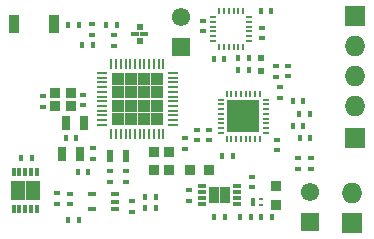
<source format=gts>
G04 #@! TF.FileFunction,Soldermask,Top*
%FSLAX46Y46*%
G04 Gerber Fmt 4.6, Leading zero omitted, Abs format (unit mm)*
G04 Created by KiCad (PCBNEW 4.0.4-stable) date 06/27/18 00:46:24*
%MOMM*%
%LPD*%
G01*
G04 APERTURE LIST*
%ADD10C,0.150000*%
%ADD11R,1.730000X1.730000*%
%ADD12O,1.730000X1.730000*%
%ADD13R,0.428780X0.629440*%
%ADD14R,0.680000X0.430000*%
%ADD15R,0.830000X0.830000*%
%ADD16R,0.629440X0.428780*%
%ADD17O,0.630000X0.230000*%
%ADD18R,0.630000X0.230000*%
%ADD19O,0.230000X0.630000*%
%ADD20R,0.230000X0.630000*%
%ADD21R,1.355000X1.355000*%
%ADD22R,0.330000X0.680000*%
%ADD23R,1.270000X0.805000*%
%ADD24R,0.230000X0.530000*%
%ADD25R,0.230000X0.580000*%
%ADD26R,0.530000X0.230000*%
%ADD27R,0.580000X0.230000*%
%ADD28R,0.730000X0.330000*%
%ADD29R,0.630000X0.630000*%
%ADD30R,1.554000X1.554000*%
%ADD31C,1.554000*%
%ADD32R,0.665000X1.173000*%
%ADD33R,0.930000X0.830000*%
%ADD34R,0.830000X1.630000*%
%ADD35R,0.230000X0.830000*%
%ADD36R,0.830000X0.230000*%
%ADD37R,1.142500X1.142500*%
%ADD38R,0.630000X1.130000*%
%ADD39R,0.530000X0.630000*%
%ADD40R,0.780000X0.330000*%
%ADD41R,0.905000X0.755000*%
%ADD42R,0.430000X0.730000*%
%ADD43R,0.430000X0.280000*%
G04 APERTURE END LIST*
D10*
D11*
X295990000Y-144510000D03*
D12*
X295990000Y-141970000D03*
D11*
X296270000Y-126950000D03*
D12*
X296270000Y-129490000D03*
X296270000Y-132030000D03*
X296270000Y-134570000D03*
D13*
X278480420Y-142290000D03*
X279379580Y-142290000D03*
D14*
X275900000Y-143360000D03*
X275900000Y-142060000D03*
X275900000Y-142710000D03*
X274000000Y-142060000D03*
X274000000Y-143360000D03*
D15*
X289520000Y-142980000D03*
X289520000Y-141380000D03*
D13*
X288310420Y-144010000D03*
X289209580Y-144010000D03*
X286530420Y-144010000D03*
X287429580Y-144010000D03*
X285199580Y-144020000D03*
X284300420Y-144020000D03*
D16*
X282140000Y-142639580D03*
X282140000Y-141740420D03*
X287490000Y-141469580D03*
X287490000Y-140570420D03*
D15*
X282240000Y-140050000D03*
X283840000Y-140050000D03*
D16*
X281800000Y-137320420D03*
X281800000Y-138219580D03*
D13*
X279379580Y-143270000D03*
X278480420Y-143270000D03*
D16*
X277310000Y-143549580D03*
X277310000Y-142650420D03*
D13*
X272849580Y-144260000D03*
X271950420Y-144260000D03*
D17*
X288660000Y-136870000D03*
D18*
X288660000Y-136470000D03*
X288660000Y-136070000D03*
X288660000Y-135670000D03*
X288660000Y-135270000D03*
X288660000Y-134870000D03*
X288660000Y-134470000D03*
D17*
X288660000Y-134070000D03*
D19*
X288160000Y-133570000D03*
D20*
X287760000Y-133570000D03*
X287360000Y-133570000D03*
X286960000Y-133570000D03*
X286560000Y-133570000D03*
X286160000Y-133570000D03*
X285760000Y-133570000D03*
D19*
X285360000Y-133570000D03*
D17*
X284860000Y-134070000D03*
D18*
X284860000Y-134470000D03*
X284860000Y-134870000D03*
X284860000Y-135270000D03*
X284860000Y-135670000D03*
X284860000Y-136070000D03*
X284860000Y-136470000D03*
D17*
X284860000Y-136870000D03*
D19*
X285360000Y-137370000D03*
D20*
X285760000Y-137370000D03*
X286160000Y-137370000D03*
X286560000Y-137370000D03*
X286960000Y-137370000D03*
X287360000Y-137370000D03*
X287760000Y-137370000D03*
D19*
X288160000Y-137370000D03*
D21*
X286097500Y-134807500D03*
X286097500Y-136132500D03*
X287422500Y-134807500D03*
X287422500Y-136132500D03*
D16*
X289890000Y-133899580D03*
X289890000Y-133000420D03*
X289600000Y-138359580D03*
X289600000Y-137460420D03*
X283830000Y-136610420D03*
X283830000Y-137509580D03*
X282840000Y-136610420D03*
X282840000Y-137509580D03*
D13*
X286320420Y-130570000D03*
X287219580Y-130570000D03*
D16*
X290600000Y-131190420D03*
X290600000Y-132089580D03*
D13*
X286320420Y-131520000D03*
X287219580Y-131520000D03*
D22*
X269320000Y-140200000D03*
X268820000Y-140200000D03*
X268320000Y-140200000D03*
X267820000Y-140200000D03*
X267320000Y-140200000D03*
X267320000Y-143300000D03*
X267820000Y-143300000D03*
X268320000Y-143300000D03*
X268820000Y-143300000D03*
X269320000Y-143300000D03*
D23*
X267700000Y-142137500D03*
X268940000Y-142137500D03*
X267700000Y-141362500D03*
X268940000Y-141362500D03*
D13*
X267990420Y-138970000D03*
X268889580Y-138970000D03*
D16*
X291385000Y-139909580D03*
X291385000Y-139010420D03*
X274070000Y-139049580D03*
X274070000Y-138150420D03*
D24*
X284750000Y-129580000D03*
D25*
X285150000Y-129580000D03*
X285550000Y-129580000D03*
X285950000Y-129580000D03*
X286350000Y-129580000D03*
D24*
X286750000Y-129580000D03*
D26*
X287250000Y-129080000D03*
D27*
X287250000Y-128680000D03*
X287250000Y-128280000D03*
X287250000Y-127880000D03*
X287250000Y-127480000D03*
D26*
X287250000Y-127080000D03*
D24*
X286750000Y-126580000D03*
D25*
X286350000Y-126580000D03*
X285950000Y-126580000D03*
X285550000Y-126580000D03*
X285150000Y-126580000D03*
D24*
X284750000Y-126580000D03*
D26*
X284250000Y-127080000D03*
D27*
X284250000Y-127480000D03*
X284250000Y-127880000D03*
X284250000Y-128280000D03*
X284250000Y-128680000D03*
D26*
X284250000Y-129080000D03*
D13*
X285179580Y-130610000D03*
X284280420Y-130610000D03*
D16*
X283340000Y-127360420D03*
X283340000Y-128259580D03*
D13*
X288260420Y-126590000D03*
X289159580Y-126590000D03*
D16*
X288390000Y-127960420D03*
X288390000Y-128859580D03*
D28*
X278326500Y-128500000D03*
D29*
X278000000Y-129112500D03*
X278000000Y-127887500D03*
D28*
X277637500Y-128500000D03*
D16*
X275840000Y-129489580D03*
X275840000Y-128590420D03*
D13*
X273150420Y-129450000D03*
X274049580Y-129450000D03*
D30*
X281500000Y-129560000D03*
D31*
X281500000Y-127020000D03*
D15*
X280490000Y-140050000D03*
X280490000Y-138450000D03*
D13*
X285889580Y-138790000D03*
X284990420Y-138790000D03*
D16*
X289500000Y-131220420D03*
X289500000Y-132119580D03*
X271040000Y-142899580D03*
X271040000Y-142000420D03*
X272140000Y-142909580D03*
X272140000Y-142010420D03*
X292485000Y-139909580D03*
X292485000Y-139010420D03*
D13*
X290940420Y-134190000D03*
X291839580Y-134190000D03*
X291520420Y-135270000D03*
X292419580Y-135270000D03*
X290950420Y-136290000D03*
X291849580Y-136290000D03*
X291560420Y-137280000D03*
X292459580Y-137280000D03*
D15*
X279240000Y-140050000D03*
X279240000Y-138450000D03*
D30*
X292380000Y-144450000D03*
D31*
X292380000Y-141910000D03*
D32*
X272932000Y-138620000D03*
X271408000Y-138620000D03*
D33*
X270800000Y-133500000D03*
X272200000Y-133500000D03*
X270800000Y-134600000D03*
X272200000Y-134600000D03*
D16*
X275450000Y-140100420D03*
X275450000Y-140999580D03*
D13*
X273649580Y-140200000D03*
X272750420Y-140200000D03*
D16*
X269800000Y-133750420D03*
X269800000Y-134649580D03*
X273200000Y-134549580D03*
X273200000Y-133650420D03*
X276850000Y-140100420D03*
X276850000Y-140999580D03*
D34*
X270745000Y-127673000D03*
X267345000Y-127673000D03*
D13*
X272849580Y-127700000D03*
X271950420Y-127700000D03*
D16*
X274000000Y-127650420D03*
X274000000Y-128549580D03*
D13*
X276049580Y-127700000D03*
X275150420Y-127700000D03*
X271730420Y-137270000D03*
X272629580Y-137270000D03*
D32*
X273262000Y-136000000D03*
X271738000Y-136000000D03*
D11*
X296270000Y-137280000D03*
D35*
X275600000Y-137000000D03*
X276000000Y-137000000D03*
X276400000Y-137000000D03*
X276800000Y-137000000D03*
X277200000Y-137000000D03*
X277600000Y-137000000D03*
X278000000Y-137000000D03*
X278400000Y-137000000D03*
X278800000Y-137000000D03*
X279200000Y-137000000D03*
X279600000Y-137000000D03*
X280000000Y-137000000D03*
D36*
X280800000Y-136200000D03*
X280800000Y-135800000D03*
X280800000Y-135400000D03*
X280800000Y-135000000D03*
X280800000Y-134600000D03*
X280800000Y-134200000D03*
X280800000Y-133800000D03*
X280800000Y-133400000D03*
X280800000Y-133000000D03*
X280800000Y-132600000D03*
X280800000Y-132200000D03*
X280800000Y-131800000D03*
D35*
X280000000Y-131000000D03*
X279600000Y-131000000D03*
X279200000Y-131000000D03*
X278800000Y-131000000D03*
X278400000Y-131000000D03*
X278000000Y-131000000D03*
X277600000Y-131000000D03*
X277200000Y-131000000D03*
X276800000Y-131000000D03*
X276400000Y-131000000D03*
X276000000Y-131000000D03*
X275600000Y-131000000D03*
D36*
X274800000Y-131800000D03*
X274800000Y-132200000D03*
X274800000Y-132600000D03*
X274800000Y-133000000D03*
X274800000Y-133400000D03*
X274800000Y-133800000D03*
X274800000Y-134200000D03*
X274800000Y-134600000D03*
X274800000Y-135000000D03*
X274800000Y-135400000D03*
X274800000Y-135800000D03*
X274800000Y-136200000D03*
D37*
X279468750Y-132331250D03*
X278356250Y-132331250D03*
X277243750Y-132331250D03*
X276131250Y-132331250D03*
X279468750Y-133443750D03*
X278356250Y-133443750D03*
X277243750Y-133443750D03*
X276131250Y-133443750D03*
X279468750Y-134556250D03*
X278356250Y-134556250D03*
X277243750Y-134556250D03*
X276131250Y-134556250D03*
X279468750Y-135668750D03*
X278356250Y-135668750D03*
X277243750Y-135668750D03*
X276131250Y-135668750D03*
D38*
X276850000Y-138850000D03*
X275450000Y-138850000D03*
D39*
X288280000Y-131610000D03*
X288280000Y-130510000D03*
D40*
X286210000Y-142890000D03*
X286210000Y-142390000D03*
X286210000Y-141890000D03*
X286210000Y-141390000D03*
X283310000Y-141390000D03*
X283310000Y-141890000D03*
X283310000Y-142390000D03*
X283310000Y-142890000D03*
D41*
X284322500Y-141777500D03*
X284322500Y-142502500D03*
X285197500Y-141777500D03*
X285197500Y-142502500D03*
D42*
X287610000Y-142730000D03*
D43*
X288310000Y-142955000D03*
X288310000Y-142505000D03*
M02*

</source>
